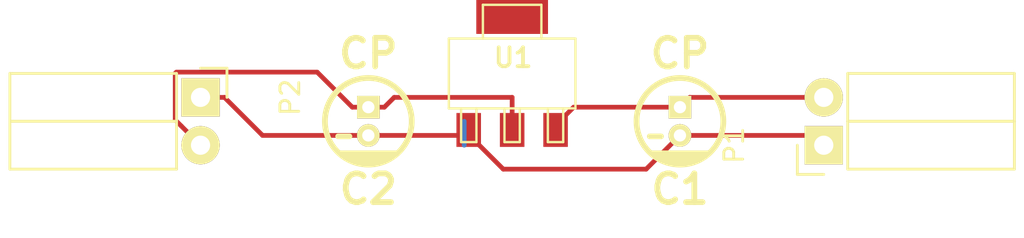
<source format=kicad_pcb>
(kicad_pcb (version 4) (host pcbnew 0.201504151001+5600~22~ubuntu14.04.1-product)

  (general
    (links 8)
    (no_connects 6)
    (area 131.414999 93.68983 186.085001 105.3492)
    (thickness 1.6)
    (drawings 0)
    (tracks 29)
    (zones 0)
    (modules 5)
    (nets 4)
  )

  (page A4)
  (layers
    (0 F.Cu signal)
    (31 B.Cu signal)
    (32 B.Adhes user)
    (33 F.Adhes user)
    (34 B.Paste user)
    (35 F.Paste user)
    (36 B.SilkS user)
    (37 F.SilkS user)
    (38 B.Mask user)
    (39 F.Mask user)
    (40 Dwgs.User user)
    (41 Cmts.User user)
    (42 Eco1.User user)
    (43 Eco2.User user)
    (44 Edge.Cuts user)
    (45 Margin user)
    (46 B.CrtYd user)
    (47 F.CrtYd user)
    (48 B.Fab user)
    (49 F.Fab user)
  )

  (setup
    (last_trace_width 0.25)
    (trace_clearance 0.2)
    (zone_clearance 0.508)
    (zone_45_only no)
    (trace_min 0.2)
    (segment_width 0.2)
    (edge_width 0.1)
    (via_size 0.6)
    (via_drill 0.4)
    (via_min_size 0.4)
    (via_min_drill 0.3)
    (uvia_size 0.3)
    (uvia_drill 0.1)
    (uvias_allowed no)
    (uvia_min_size 0.2)
    (uvia_min_drill 0.1)
    (pcb_text_width 0.3)
    (pcb_text_size 1.5 1.5)
    (mod_edge_width 0.15)
    (mod_text_size 1 1)
    (mod_text_width 0.15)
    (pad_size 1.5 1.5)
    (pad_drill 0.6)
    (pad_to_mask_clearance 0)
    (aux_axis_origin 0 0)
    (visible_elements 7FFFFFFF)
    (pcbplotparams
      (layerselection 0x00030_80000001)
      (usegerberextensions false)
      (excludeedgelayer true)
      (linewidth 0.100000)
      (plotframeref false)
      (viasonmask false)
      (mode 1)
      (useauxorigin false)
      (hpglpennumber 1)
      (hpglpenspeed 20)
      (hpglpendiameter 15)
      (hpglpenoverlay 2)
      (psnegative false)
      (psa4output false)
      (plotreference true)
      (plotvalue true)
      (plotinvisibletext false)
      (padsonsilk false)
      (subtractmaskfromsilk false)
      (outputformat 1)
      (mirror false)
      (drillshape 1)
      (scaleselection 1)
      (outputdirectory ""))
  )

  (net 0 "")
  (net 1 "Net-(C1-Pad1)")
  (net 2 GND)
  (net 3 "Net-(C2-Pad1)")

  (net_class Default "Questo è il gruppo di collegamenti predefinito"
    (clearance 0.2)
    (trace_width 0.25)
    (via_dia 0.6)
    (via_drill 0.4)
    (uvia_dia 0.3)
    (uvia_drill 0.1)
    (add_net GND)
    (add_net "Net-(C1-Pad1)")
    (add_net "Net-(C2-Pad1)")
  )

  (module w_capacitors:CP_4x5mm (layer F.Cu) (tedit 0) (tstamp 55300ED9)
    (at 167.64 100.33 180)
    (descr "Capacitor, pol, cyl 4x5mm")
    (path /55300D45)
    (fp_text reference C1 (at 0 -3.6 180) (layer F.SilkS)
      (effects (font (thickness 0.3048)))
    )
    (fp_text value CP (at 0 3.6 180) (layer F.SilkS)
      (effects (font (thickness 0.3048)))
    )
    (fp_line (start -0.7 -2.1) (end 0.7 -2.1) (layer F.SilkS) (width 0.3048))
    (fp_line (start -1.2 -1.9) (end 1.2 -1.9) (layer F.SilkS) (width 0.3048))
    (fp_line (start -1.5 -1.7) (end 1.5 -1.7) (layer F.SilkS) (width 0.3048))
    (fp_line (start 1 -0.8) (end 1.6 -0.8) (layer F.SilkS) (width 0.3))
    (fp_circle (center 0 0) (end -2.3 0) (layer F.SilkS) (width 0.3048))
    (pad 1 thru_hole rect (at 0 0.75 180) (size 1.2 1.2) (drill 0.65) (layers *.Cu *.Mask F.SilkS)
      (net 1 "Net-(C1-Pad1)"))
    (pad 2 thru_hole circle (at 0 -0.75 180) (size 1.2 1.2) (drill 0.65) (layers *.Cu *.Mask F.SilkS)
      (net 2 GND))
    (model walter/capacitors/cp_4x5mm.wrl
      (at (xyz 0 0 0))
      (scale (xyz 1 1 1))
      (rotate (xyz 0 0 0))
    )
  )

  (module w_capacitors:CP_4x5mm (layer F.Cu) (tedit 0) (tstamp 55300EDF)
    (at 151.13 100.33 180)
    (descr "Capacitor, pol, cyl 4x5mm")
    (path /55300D12)
    (fp_text reference C2 (at 0 -3.6 180) (layer F.SilkS)
      (effects (font (thickness 0.3048)))
    )
    (fp_text value CP (at 0 3.6 180) (layer F.SilkS)
      (effects (font (thickness 0.3048)))
    )
    (fp_line (start -0.7 -2.1) (end 0.7 -2.1) (layer F.SilkS) (width 0.3048))
    (fp_line (start -1.2 -1.9) (end 1.2 -1.9) (layer F.SilkS) (width 0.3048))
    (fp_line (start -1.5 -1.7) (end 1.5 -1.7) (layer F.SilkS) (width 0.3048))
    (fp_line (start 1 -0.8) (end 1.6 -0.8) (layer F.SilkS) (width 0.3))
    (fp_circle (center 0 0) (end -2.3 0) (layer F.SilkS) (width 0.3048))
    (pad 1 thru_hole rect (at 0 0.75 180) (size 1.2 1.2) (drill 0.65) (layers *.Cu *.Mask F.SilkS)
      (net 3 "Net-(C2-Pad1)"))
    (pad 2 thru_hole circle (at 0 -0.75 180) (size 1.2 1.2) (drill 0.65) (layers *.Cu *.Mask F.SilkS)
      (net 2 GND))
    (model walter/capacitors/cp_4x5mm.wrl
      (at (xyz 0 0 0))
      (scale (xyz 1 1 1))
      (rotate (xyz 0 0 0))
    )
  )

  (module Socket_Strips:Socket_Strip_Angled_1x02 (layer F.Cu) (tedit 0) (tstamp 55300EE5)
    (at 175.26 101.6 90)
    (descr "Through hole socket strip")
    (tags "socket strip")
    (path /55300E01)
    (fp_text reference P1 (at 0 -4.75 90) (layer F.SilkS)
      (effects (font (size 1 1) (thickness 0.15)))
    )
    (fp_text value CONN_01X02 (at 0 -2.75 90) (layer F.Fab)
      (effects (font (size 1 1) (thickness 0.15)))
    )
    (fp_line (start -1.75 -1.5) (end -1.75 10.6) (layer F.CrtYd) (width 0.05))
    (fp_line (start 4.3 -1.5) (end 4.3 10.6) (layer F.CrtYd) (width 0.05))
    (fp_line (start -1.75 -1.5) (end 4.3 -1.5) (layer F.CrtYd) (width 0.05))
    (fp_line (start -1.75 10.6) (end 4.3 10.6) (layer F.CrtYd) (width 0.05))
    (fp_line (start 3.81 10.1) (end 3.81 1.27) (layer F.SilkS) (width 0.15))
    (fp_line (start 1.27 10.1) (end 3.81 10.1) (layer F.SilkS) (width 0.15))
    (fp_line (start 1.27 1.27) (end 1.27 10.1) (layer F.SilkS) (width 0.15))
    (fp_line (start 1.27 1.27) (end 3.81 1.27) (layer F.SilkS) (width 0.15))
    (fp_line (start -1.27 1.27) (end 1.27 1.27) (layer F.SilkS) (width 0.15))
    (fp_line (start 0 -1.4) (end -1.55 -1.4) (layer F.SilkS) (width 0.15))
    (fp_line (start -1.55 -1.4) (end -1.55 0) (layer F.SilkS) (width 0.15))
    (fp_line (start -1.27 1.27) (end -1.27 10.1) (layer F.SilkS) (width 0.15))
    (fp_line (start -1.27 10.1) (end 1.27 10.1) (layer F.SilkS) (width 0.15))
    (fp_line (start 1.27 10.1) (end 1.27 1.27) (layer F.SilkS) (width 0.15))
    (pad 1 thru_hole rect (at 0 0 90) (size 2.032 2.032) (drill 1.016) (layers *.Cu *.Mask F.SilkS)
      (net 2 GND))
    (pad 2 thru_hole oval (at 2.54 0 90) (size 2.032 2.032) (drill 1.016) (layers *.Cu *.Mask F.SilkS)
      (net 1 "Net-(C1-Pad1)"))
    (model Socket_Strips.3dshapes/Socket_Strip_Angled_1x02.wrl
      (at (xyz 0.05 0 0))
      (scale (xyz 1 1 1))
      (rotate (xyz 0 0 180))
    )
  )

  (module Socket_Strips:Socket_Strip_Angled_1x02 (layer F.Cu) (tedit 0) (tstamp 55300EEB)
    (at 142.24 99.06 270)
    (descr "Through hole socket strip")
    (tags "socket strip")
    (path /55300E38)
    (fp_text reference P2 (at 0 -4.75 270) (layer F.SilkS)
      (effects (font (size 1 1) (thickness 0.15)))
    )
    (fp_text value CONN_01X02 (at 0 -2.75 270) (layer F.Fab)
      (effects (font (size 1 1) (thickness 0.15)))
    )
    (fp_line (start -1.75 -1.5) (end -1.75 10.6) (layer F.CrtYd) (width 0.05))
    (fp_line (start 4.3 -1.5) (end 4.3 10.6) (layer F.CrtYd) (width 0.05))
    (fp_line (start -1.75 -1.5) (end 4.3 -1.5) (layer F.CrtYd) (width 0.05))
    (fp_line (start -1.75 10.6) (end 4.3 10.6) (layer F.CrtYd) (width 0.05))
    (fp_line (start 3.81 10.1) (end 3.81 1.27) (layer F.SilkS) (width 0.15))
    (fp_line (start 1.27 10.1) (end 3.81 10.1) (layer F.SilkS) (width 0.15))
    (fp_line (start 1.27 1.27) (end 1.27 10.1) (layer F.SilkS) (width 0.15))
    (fp_line (start 1.27 1.27) (end 3.81 1.27) (layer F.SilkS) (width 0.15))
    (fp_line (start -1.27 1.27) (end 1.27 1.27) (layer F.SilkS) (width 0.15))
    (fp_line (start 0 -1.4) (end -1.55 -1.4) (layer F.SilkS) (width 0.15))
    (fp_line (start -1.55 -1.4) (end -1.55 0) (layer F.SilkS) (width 0.15))
    (fp_line (start -1.27 1.27) (end -1.27 10.1) (layer F.SilkS) (width 0.15))
    (fp_line (start -1.27 10.1) (end 1.27 10.1) (layer F.SilkS) (width 0.15))
    (fp_line (start 1.27 10.1) (end 1.27 1.27) (layer F.SilkS) (width 0.15))
    (pad 1 thru_hole rect (at 0 0 270) (size 2.032 2.032) (drill 1.016) (layers *.Cu *.Mask F.SilkS)
      (net 2 GND))
    (pad 2 thru_hole oval (at 2.54 0 270) (size 2.032 2.032) (drill 1.016) (layers *.Cu *.Mask F.SilkS)
      (net 3 "Net-(C2-Pad1)"))
    (model Socket_Strips.3dshapes/Socket_Strip_Angled_1x02.wrl
      (at (xyz 0.05 0 0))
      (scale (xyz 1 1 1))
      (rotate (xyz 0 0 180))
    )
  )

  (module w_smd_trans:sot223 (layer F.Cu) (tedit 553022B7) (tstamp 55300EF3)
    (at 158.75 97.79)
    (descr SOT223)
    (path /55300CD9)
    (fp_text reference U1 (at 0.0508 -0.8382) (layer F.SilkS)
      (effects (font (size 1.00076 1.00076) (thickness 0.20066)))
    )
    (fp_text value LD1117S33TR (at 0 6.35) (layer F.SilkS) hide
      (effects (font (size 1.00076 1.00076) (thickness 0.20066)))
    )
    (fp_line (start -1.5494 -3.6449) (end 1.5494 -3.6449) (layer F.SilkS) (width 0.127))
    (fp_line (start 1.5494 -3.6449) (end 1.5494 -1.8542) (layer F.SilkS) (width 0.127))
    (fp_line (start -1.5494 -3.6449) (end -1.5494 -1.8542) (layer F.SilkS) (width 0.127))
    (fp_line (start 1.8923 3.6449) (end 2.7051 3.6449) (layer F.SilkS) (width 0.127))
    (fp_line (start 2.7051 3.6449) (end 2.7051 1.8542) (layer F.SilkS) (width 0.127))
    (fp_line (start 1.8923 3.6449) (end 1.8923 1.8542) (layer F.SilkS) (width 0.127))
    (fp_line (start -0.4064 3.6449) (end -0.4064 1.8542) (layer F.SilkS) (width 0.127))
    (fp_line (start 0.4064 3.6449) (end 0.4064 1.8542) (layer F.SilkS) (width 0.127))
    (fp_line (start -0.4064 3.6449) (end 0.4064 3.6449) (layer F.SilkS) (width 0.127))
    (fp_line (start -2.7051 3.6449) (end -1.8923 3.6449) (layer F.SilkS) (width 0.127))
    (fp_line (start -1.8923 3.6449) (end -1.8923 1.8542) (layer F.SilkS) (width 0.127))
    (fp_line (start -2.7051 3.6449) (end -2.7051 1.8542) (layer F.SilkS) (width 0.127))
    (fp_line (start 3.3528 1.8542) (end -3.3528 1.8542) (layer F.SilkS) (width 0.127))
    (fp_line (start -3.3528 1.8542) (end -3.3528 -1.8542) (layer F.SilkS) (width 0.127))
    (fp_line (start -3.3528 -1.8542) (end 3.3528 -1.8542) (layer F.SilkS) (width 0.127))
    (fp_line (start 3.3528 -1.8542) (end 3.3528 1.8542) (layer F.SilkS) (width 0.127))
    (pad 1 smd rect (at -2.30124 2.99974) (size 1.30048 1.80086) (layers F.Cu F.Paste F.Mask)
      (net 2 GND))
    (pad 2 smd rect (at 0 2.99974) (size 1.30048 1.80086) (layers F.Cu F.Paste F.Mask)
      (net 3 "Net-(C2-Pad1)"))
    (pad 3 smd rect (at 2.30124 2.99974) (size 1.30048 1.80086) (layers F.Cu F.Paste F.Mask)
      (net 1 "Net-(C1-Pad1)"))
    (pad 4 smd rect (at 0 -2.99974) (size 3.79984 1.80086) (layers F.Cu F.Paste F.Mask))
    (model walter/smd_trans/sot223.wrl
      (at (xyz 0 0 0))
      (scale (xyz 1 1 1))
      (rotate (xyz 0 0 0))
    )
  )

  (segment (start 167.64 99.58) (end 162.01079 99.58) (width 0.25) (layer F.Cu) (net 1))
  (segment (start 162.01079 99.58) (end 161.05124 100.53955) (width 0.25) (layer F.Cu) (net 1))
  (segment (start 161.05124 100.53955) (end 161.05124 100.78974) (width 0.25) (layer F.Cu) (net 1))
  (segment (start 175.26 99.06) (end 168.16 99.06) (width 0.25) (layer F.Cu) (net 1))
  (segment (start 168.16 99.06) (end 167.64 99.58) (width 0.25) (layer F.Cu) (net 1))
  (segment (start 167.64 101.08) (end 174.74 101.08) (width 0.25) (layer F.Cu) (net 2))
  (segment (start 174.74 101.08) (end 175.26 101.6) (width 0.25) (layer F.Cu) (net 2))
  (segment (start 158.27883 102.87) (end 165.85 102.87) (width 0.25) (layer F.Cu) (net 2))
  (segment (start 165.85 102.87) (end 167.64 101.08) (width 0.25) (layer F.Cu) (net 2))
  (segment (start 156.44876 100.78974) (end 156.44876 101.03993) (width 0.25) (layer F.Cu) (net 2))
  (segment (start 156.44876 101.03993) (end 158.27883 102.87) (width 0.25) (layer F.Cu) (net 2))
  (segment (start 151.13 101.08) (end 156.1585 101.08) (width 0.25) (layer F.Cu) (net 2))
  (segment (start 156.1585 101.08) (end 156.44876 100.78974) (width 0.25) (layer F.Cu) (net 2))
  (segment (start 142.24 99.06) (end 143.506 99.06) (width 0.25) (layer F.Cu) (net 2))
  (segment (start 143.506 99.06) (end 145.526 101.08) (width 0.25) (layer F.Cu) (net 2))
  (segment (start 145.526 101.08) (end 150.281472 101.08) (width 0.25) (layer F.Cu) (net 2))
  (segment (start 150.281472 101.08) (end 151.13 101.08) (width 0.25) (layer F.Cu) (net 2))
  (segment (start 156.21 101.6) (end 156.21 100.33) (width 0.25) (layer B.Cu) (net 2))
  (segment (start 151.13 99.58) (end 150.28 99.58) (width 0.25) (layer F.Cu) (net 3))
  (segment (start 150.28 99.58) (end 148.418999 97.718999) (width 0.25) (layer F.Cu) (net 3))
  (segment (start 148.418999 97.718999) (end 140.963999 97.718999) (width 0.25) (layer F.Cu) (net 3))
  (segment (start 140.963999 97.718999) (end 140.898999 97.783999) (width 0.25) (layer F.Cu) (net 3))
  (segment (start 140.898999 97.783999) (end 140.898999 100.258999) (width 0.25) (layer F.Cu) (net 3))
  (segment (start 140.898999 100.258999) (end 141.224001 100.584001) (width 0.25) (layer F.Cu) (net 3))
  (segment (start 141.224001 100.584001) (end 142.24 101.6) (width 0.25) (layer F.Cu) (net 3))
  (segment (start 158.75 99.06) (end 152.5 99.06) (width 0.25) (layer F.Cu) (net 3))
  (segment (start 152.5 99.06) (end 151.98 99.58) (width 0.25) (layer F.Cu) (net 3))
  (segment (start 151.98 99.58) (end 151.13 99.58) (width 0.25) (layer F.Cu) (net 3))
  (segment (start 158.75 100.78974) (end 158.75 99.06) (width 0.25) (layer F.Cu) (net 3))

)

</source>
